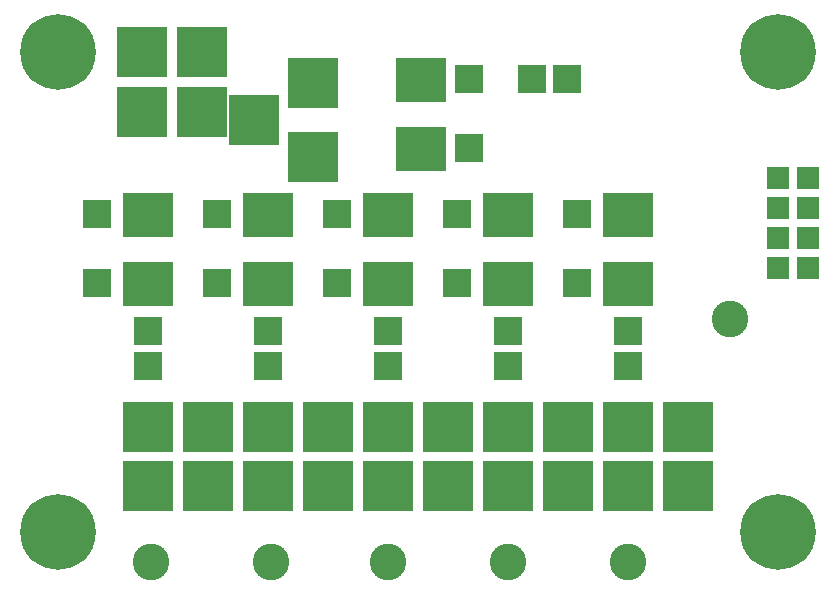
<source format=gbr>
G04 #@! TF.GenerationSoftware,KiCad,Pcbnew,(2017-02-05 revision 431abcf)-makepkg*
G04 #@! TF.CreationDate,2017-12-01T10:04:17+01:00*
G04 #@! TF.ProjectId,UNIPOWER08A,554E49504F5745523038412E6B696361,REV*
G04 #@! TF.FileFunction,Soldermask,Top*
G04 #@! TF.FilePolarity,Negative*
%FSLAX46Y46*%
G04 Gerber Fmt 4.6, Leading zero omitted, Abs format (unit mm)*
G04 Created by KiCad (PCBNEW (2017-02-05 revision 431abcf)-makepkg) date 12/01/17 10:04:17*
%MOMM*%
%LPD*%
G01*
G04 APERTURE LIST*
%ADD10C,0.300000*%
%ADD11C,3.100000*%
%ADD12R,4.210000X3.730000*%
%ADD13C,6.400000*%
%ADD14R,4.210000X4.210000*%
%ADD15R,2.400000X2.400000*%
%ADD16R,1.924000X1.924000*%
G04 APERTURE END LIST*
D10*
D11*
X137414000Y-120650000D03*
X147320000Y-120650000D03*
D12*
X150114000Y-85714000D03*
X150114000Y-79894000D03*
X127000000Y-97144000D03*
X127000000Y-91324000D03*
X137160000Y-97144000D03*
X137160000Y-91324000D03*
X147320000Y-91324000D03*
X147320000Y-97144000D03*
X157480000Y-91324000D03*
X157480000Y-97144000D03*
D13*
X119380000Y-77470000D03*
X180340000Y-118110000D03*
X119380000Y-118110000D03*
X180340000Y-77470000D03*
D14*
X131572000Y-82550000D03*
X131572000Y-77550000D03*
X162560000Y-114220000D03*
X162560000Y-109220000D03*
X127000000Y-109220000D03*
X127000000Y-114220000D03*
X137160000Y-114220000D03*
X137160000Y-109220000D03*
X147320000Y-109220000D03*
X147320000Y-114220000D03*
X157480000Y-109220000D03*
X157480000Y-114220000D03*
X167640000Y-114220000D03*
X167640000Y-109220000D03*
X152400000Y-114220000D03*
X152400000Y-109220000D03*
X126492000Y-82550000D03*
X126492000Y-77550000D03*
X132080000Y-109220000D03*
X132080000Y-114220000D03*
X142240000Y-114220000D03*
X142240000Y-109220000D03*
X172720000Y-114220000D03*
X172720000Y-109220000D03*
X140970000Y-80160000D03*
X140970000Y-86360000D03*
X135970000Y-83260000D03*
D11*
X127254000Y-120650000D03*
X157480000Y-120650000D03*
X167640000Y-120650000D03*
X176276000Y-100076000D03*
D12*
X167640000Y-97144000D03*
X167640000Y-91324000D03*
D15*
X154178000Y-85598000D03*
X154178000Y-79756000D03*
X153162000Y-91186000D03*
X143002000Y-91186000D03*
X163322000Y-91186000D03*
X132842000Y-91186000D03*
X122682000Y-91186000D03*
X122682000Y-97028000D03*
X132842000Y-97028000D03*
X143002000Y-97028000D03*
X153162000Y-97028000D03*
X163322000Y-97028000D03*
X162536000Y-79756000D03*
X159536000Y-79756000D03*
X127000000Y-104116000D03*
X127000000Y-101116000D03*
X137160000Y-101116000D03*
X137160000Y-104116000D03*
X147320000Y-104116000D03*
X147320000Y-101116000D03*
X157480000Y-101116000D03*
X157480000Y-104116000D03*
X167640000Y-101116000D03*
X167640000Y-104116000D03*
D16*
X180340000Y-88138000D03*
X182880000Y-88138000D03*
X180340000Y-90678000D03*
X182880000Y-90678000D03*
X180340000Y-93218000D03*
X182880000Y-93218000D03*
X180340000Y-95758000D03*
X182880000Y-95758000D03*
M02*

</source>
